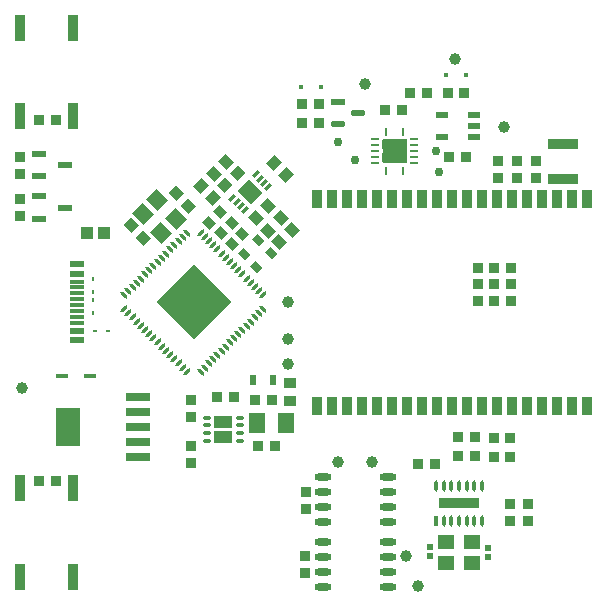
<source format=gtp>
G04*
G04 #@! TF.GenerationSoftware,Altium Limited,Altium Designer,25.0.2 (28)*
G04*
G04 Layer_Color=8421504*
%FSLAX25Y25*%
%MOIN*%
G70*
G04*
G04 #@! TF.SameCoordinates,77BAF947-F79B-4421-9DE9-08F6AA71662D*
G04*
G04*
G04 #@! TF.FilePolarity,Positive*
G04*
G01*
G75*
%ADD17R,0.05917X0.04106*%
%ADD18R,0.13386X0.03347*%
%ADD19R,0.13386X0.03346*%
%ADD20R,0.03788X0.03681*%
G04:AMPARAMS|DCode=21|XSize=11.81mil|YSize=23.62mil|CornerRadius=1.95mil|HoleSize=0mil|Usage=FLASHONLY|Rotation=90.000|XOffset=0mil|YOffset=0mil|HoleType=Round|Shape=RoundedRectangle|*
%AMROUNDEDRECTD21*
21,1,0.01181,0.01972,0,0,90.0*
21,1,0.00791,0.02362,0,0,90.0*
1,1,0.00390,0.00986,0.00396*
1,1,0.00390,0.00986,-0.00396*
1,1,0.00390,-0.00986,-0.00396*
1,1,0.00390,-0.00986,0.00396*
%
%ADD21ROUNDEDRECTD21*%
%ADD22R,0.03400X0.08700*%
G04:AMPARAMS|DCode=23|XSize=125.98mil|YSize=82.68mil|CornerRadius=2.07mil|HoleSize=0mil|Usage=FLASHONLY|Rotation=270.000|XOffset=0mil|YOffset=0mil|HoleType=Round|Shape=RoundedRectangle|*
%AMROUNDEDRECTD23*
21,1,0.12598,0.07854,0,0,270.0*
21,1,0.12185,0.08268,0,0,270.0*
1,1,0.00413,-0.03927,-0.06093*
1,1,0.00413,-0.03927,0.06093*
1,1,0.00413,0.03927,0.06093*
1,1,0.00413,0.03927,-0.06093*
%
%ADD23ROUNDEDRECTD23*%
G04:AMPARAMS|DCode=24|XSize=23.62mil|YSize=82.68mil|CornerRadius=2.01mil|HoleSize=0mil|Usage=FLASHONLY|Rotation=270.000|XOffset=0mil|YOffset=0mil|HoleType=Round|Shape=RoundedRectangle|*
%AMROUNDEDRECTD24*
21,1,0.02362,0.07866,0,0,270.0*
21,1,0.01961,0.08268,0,0,270.0*
1,1,0.00402,-0.03933,-0.00980*
1,1,0.00402,-0.03933,0.00980*
1,1,0.00402,0.03933,0.00980*
1,1,0.00402,0.03933,-0.00980*
%
%ADD24ROUNDEDRECTD24*%
%ADD25R,0.03858X0.03386*%
%ADD26R,0.03772X0.03591*%
%ADD27R,0.05328X0.07103*%
G04:AMPARAMS|DCode=28|XSize=37.64mil|YSize=12.3mil|CornerRadius=6.15mil|HoleSize=0mil|Usage=FLASHONLY|Rotation=90.000|XOffset=0mil|YOffset=0mil|HoleType=Round|Shape=RoundedRectangle|*
%AMROUNDEDRECTD28*
21,1,0.03764,0.00000,0,0,90.0*
21,1,0.02534,0.01230,0,0,90.0*
1,1,0.01230,0.00000,0.01267*
1,1,0.01230,0.00000,-0.01267*
1,1,0.01230,0.00000,-0.01267*
1,1,0.01230,0.00000,0.01267*
%
%ADD28ROUNDEDRECTD28*%
%ADD29R,0.01230X0.03764*%
%ADD30C,0.03937*%
%ADD31C,0.02953*%
%ADD32R,0.05512X0.04724*%
%ADD33R,0.02047X0.02047*%
G04:AMPARAMS|DCode=34|XSize=37.72mil|YSize=35.91mil|CornerRadius=0mil|HoleSize=0mil|Usage=FLASHONLY|Rotation=225.000|XOffset=0mil|YOffset=0mil|HoleType=Round|Shape=Rectangle|*
%AMROTATEDRECTD34*
4,1,4,0.00064,0.02603,0.02603,0.00064,-0.00064,-0.02603,-0.02603,-0.00064,0.00064,0.02603,0.0*
%
%ADD34ROTATEDRECTD34*%

G04:AMPARAMS|DCode=35|XSize=37.72mil|YSize=35.91mil|CornerRadius=0mil|HoleSize=0mil|Usage=FLASHONLY|Rotation=315.000|XOffset=0mil|YOffset=0mil|HoleType=Round|Shape=Rectangle|*
%AMROTATEDRECTD35*
4,1,4,-0.02603,0.00064,-0.00064,0.02603,0.02603,-0.00064,0.00064,-0.02603,-0.02603,0.00064,0.0*
%
%ADD35ROTATEDRECTD35*%

G04:AMPARAMS|DCode=36|XSize=33.86mil|YSize=38.58mil|CornerRadius=0mil|HoleSize=0mil|Usage=FLASHONLY|Rotation=45.000|XOffset=0mil|YOffset=0mil|HoleType=Round|Shape=Rectangle|*
%AMROTATEDRECTD36*
4,1,4,0.00167,-0.02561,-0.02561,0.00167,-0.00167,0.02561,0.02561,-0.00167,0.00167,-0.02561,0.0*
%
%ADD36ROTATEDRECTD36*%

G04:AMPARAMS|DCode=37|XSize=28.94mil|YSize=33.94mil|CornerRadius=0mil|HoleSize=0mil|Usage=FLASHONLY|Rotation=225.000|XOffset=0mil|YOffset=0mil|HoleType=Round|Shape=Rectangle|*
%AMROTATEDRECTD37*
4,1,4,-0.00177,0.02223,0.02223,-0.00177,0.00177,-0.02223,-0.02223,0.00177,-0.00177,0.02223,0.0*
%
%ADD37ROTATEDRECTD37*%

G04:AMPARAMS|DCode=38|XSize=36.81mil|YSize=37.88mil|CornerRadius=0mil|HoleSize=0mil|Usage=FLASHONLY|Rotation=135.000|XOffset=0mil|YOffset=0mil|HoleType=Round|Shape=Rectangle|*
%AMROTATEDRECTD38*
4,1,4,0.02641,0.00038,-0.00038,-0.02641,-0.02641,-0.00038,0.00038,0.02641,0.02641,0.00038,0.0*
%
%ADD38ROTATEDRECTD38*%

G04:AMPARAMS|DCode=39|XSize=36.81mil|YSize=37.88mil|CornerRadius=0mil|HoleSize=0mil|Usage=FLASHONLY|Rotation=45.000|XOffset=0mil|YOffset=0mil|HoleType=Round|Shape=Rectangle|*
%AMROTATEDRECTD39*
4,1,4,0.00038,-0.02641,-0.02641,0.00038,-0.00038,0.02641,0.02641,-0.00038,0.00038,-0.02641,0.0*
%
%ADD39ROTATEDRECTD39*%

%ADD40R,0.04153X0.03961*%
G04:AMPARAMS|DCode=41|XSize=23.75mil|YSize=9.81mil|CornerRadius=0mil|HoleSize=0mil|Usage=FLASHONLY|Rotation=45.000|XOffset=0mil|YOffset=0mil|HoleType=Round|Shape=Rectangle|*
%AMROTATEDRECTD41*
4,1,4,-0.00493,-0.01187,-0.01187,-0.00493,0.00493,0.01187,0.01187,0.00493,-0.00493,-0.01187,0.0*
%
%ADD41ROTATEDRECTD41*%

G04:AMPARAMS|DCode=42|XSize=55.12mil|YSize=62.99mil|CornerRadius=0mil|HoleSize=0mil|Usage=FLASHONLY|Rotation=45.000|XOffset=0mil|YOffset=0mil|HoleType=Round|Shape=Rectangle|*
%AMROTATEDRECTD42*
4,1,4,0.00278,-0.04176,-0.04176,0.00278,-0.00278,0.04176,0.04176,-0.00278,0.00278,-0.04176,0.0*
%
%ADD42ROTATEDRECTD42*%

%ADD43R,0.01000X0.01400*%
%ADD44R,0.04095X0.01811*%
%ADD45R,0.04528X0.02362*%
%ADD46R,0.04528X0.01181*%
%ADD47R,0.03543X0.03543*%
%ADD48R,0.03543X0.05906*%
G04:AMPARAMS|DCode=49|XSize=24mil|YSize=33mil|CornerRadius=0mil|HoleSize=0mil|Usage=FLASHONLY|Rotation=45.000|XOffset=0mil|YOffset=0mil|HoleType=Round|Shape=Rectangle|*
%AMROTATEDRECTD49*
4,1,4,0.00318,-0.02015,-0.02015,0.00318,-0.00318,0.02015,0.02015,-0.00318,0.00318,-0.02015,0.0*
%
%ADD49ROTATEDRECTD49*%

%ADD50O,0.05709X0.02362*%
G04:AMPARAMS|DCode=51|XSize=29.53mil|YSize=9.84mil|CornerRadius=4.92mil|HoleSize=0mil|Usage=FLASHONLY|Rotation=315.000|XOffset=0mil|YOffset=0mil|HoleType=Round|Shape=RoundedRectangle|*
%AMROUNDEDRECTD51*
21,1,0.02953,0.00000,0,0,315.0*
21,1,0.01968,0.00984,0,0,315.0*
1,1,0.00984,0.00696,-0.00696*
1,1,0.00984,-0.00696,0.00696*
1,1,0.00984,-0.00696,0.00696*
1,1,0.00984,0.00696,-0.00696*
%
%ADD51ROUNDEDRECTD51*%
G04:AMPARAMS|DCode=52|XSize=9.84mil|YSize=29.53mil|CornerRadius=4.92mil|HoleSize=0mil|Usage=FLASHONLY|Rotation=315.000|XOffset=0mil|YOffset=0mil|HoleType=Round|Shape=RoundedRectangle|*
%AMROUNDEDRECTD52*
21,1,0.00984,0.01968,0,0,315.0*
21,1,0.00000,0.02953,0,0,315.0*
1,1,0.00984,-0.00696,-0.00696*
1,1,0.00984,-0.00696,-0.00696*
1,1,0.00984,0.00696,0.00696*
1,1,0.00984,0.00696,0.00696*
%
%ADD52ROUNDEDRECTD52*%
%ADD53P,0.24777X4X360.0*%
%ADD54R,0.03681X0.03788*%
%ADD55R,0.02400X0.03300*%
%ADD56R,0.01400X0.01000*%
G04:AMPARAMS|DCode=57|XSize=9.45mil|YSize=23.62mil|CornerRadius=1.98mil|HoleSize=0mil|Usage=FLASHONLY|Rotation=180.000|XOffset=0mil|YOffset=0mil|HoleType=Round|Shape=RoundedRectangle|*
%AMROUNDEDRECTD57*
21,1,0.00945,0.01965,0,0,180.0*
21,1,0.00548,0.02362,0,0,180.0*
1,1,0.00397,-0.00274,0.00983*
1,1,0.00397,0.00274,0.00983*
1,1,0.00397,0.00274,-0.00983*
1,1,0.00397,-0.00274,-0.00983*
%
%ADD57ROUNDEDRECTD57*%
G04:AMPARAMS|DCode=58|XSize=9.45mil|YSize=23.62mil|CornerRadius=1.98mil|HoleSize=0mil|Usage=FLASHONLY|Rotation=270.000|XOffset=0mil|YOffset=0mil|HoleType=Round|Shape=RoundedRectangle|*
%AMROUNDEDRECTD58*
21,1,0.00945,0.01965,0,0,270.0*
21,1,0.00548,0.02362,0,0,270.0*
1,1,0.00397,-0.00983,-0.00274*
1,1,0.00397,-0.00983,0.00274*
1,1,0.00397,0.00983,0.00274*
1,1,0.00397,0.00983,-0.00274*
%
%ADD58ROUNDEDRECTD58*%
G04:AMPARAMS|DCode=59|XSize=80.71mil|YSize=80.71mil|CornerRadius=2.02mil|HoleSize=0mil|Usage=FLASHONLY|Rotation=270.000|XOffset=0mil|YOffset=0mil|HoleType=Round|Shape=RoundedRectangle|*
%AMROUNDEDRECTD59*
21,1,0.08071,0.07667,0,0,270.0*
21,1,0.07667,0.08071,0,0,270.0*
1,1,0.00404,-0.03834,-0.03834*
1,1,0.00404,-0.03834,0.03834*
1,1,0.00404,0.03834,0.03834*
1,1,0.00404,0.03834,-0.03834*
%
%ADD59ROUNDEDRECTD59*%
%ADD60R,0.04800X0.02200*%
%ADD61R,0.01600X0.01400*%
G04:AMPARAMS|DCode=62|XSize=48.2mil|YSize=21.18mil|CornerRadius=10.59mil|HoleSize=0mil|Usage=FLASHONLY|Rotation=0.000|XOffset=0mil|YOffset=0mil|HoleType=Round|Shape=RoundedRectangle|*
%AMROUNDEDRECTD62*
21,1,0.04820,0.00000,0,0,0.0*
21,1,0.02702,0.02118,0,0,0.0*
1,1,0.02118,0.01351,0.00000*
1,1,0.02118,-0.01351,0.00000*
1,1,0.02118,-0.01351,0.00000*
1,1,0.02118,0.01351,0.00000*
%
%ADD62ROUNDEDRECTD62*%
%ADD63R,0.04820X0.02118*%
%ADD64R,0.04050X0.02000*%
%ADD65R,0.03591X0.03772*%
%ADD66R,0.09843X0.03762*%
G04:AMPARAMS|DCode=67|XSize=55.12mil|YSize=47.24mil|CornerRadius=0mil|HoleSize=0mil|Usage=FLASHONLY|Rotation=135.000|XOffset=0mil|YOffset=0mil|HoleType=Round|Shape=Rectangle|*
%AMROTATEDRECTD67*
4,1,4,0.03619,-0.00278,0.00278,-0.03619,-0.03619,0.00278,-0.00278,0.03619,0.03619,-0.00278,0.0*
%
%ADD67ROTATEDRECTD67*%

G36*
G01X130315Y149412D02*
G01Y152636D01*
G02X130515Y152835I199J0D01*
G01X133738D01*
G02X133937Y152636I0J-199D01*
G01Y149412D01*
G02X133738Y149213I-199J0D01*
G01X130515D01*
G02X130315Y149412I0J199D01*
D02*
G37*
G36*
G01X129528Y152636D02*
G01Y149412D01*
G02X129329Y149213I-199J0D01*
G01X126105D01*
G02X125906Y149412I0J199D01*
G01Y152636D01*
G02X126105Y152835I199J0D01*
G01X129329D01*
G02X129528Y152636I0J-199D01*
D02*
G37*
G36*
G01Y148226D02*
G01Y145003D01*
G02X129329Y144804I-199J0D01*
G01X126105D01*
G02X125906Y145003I0J199D01*
G01Y148226D01*
G02X126105Y148426I199J0D01*
G01X129329D01*
G02X129528Y148226I0J-199D01*
D02*
G37*
G36*
G01X130315Y145003D02*
G01Y148226D01*
G02X130515Y148426I199J0D01*
G01X133738D01*
G02X133937Y148226I0J-199D01*
G01Y145003D01*
G02X133738Y144804I-199J0D01*
G01X130515D01*
G02X130315Y145003I0J199D01*
D02*
G37*
D17*
X72835Y53656D02*
D03*
Y58549D02*
D03*
D18*
X151429Y31429D02*
D03*
D19*
X151432Y31428D02*
D03*
D20*
X62205Y65809D02*
D03*
Y60176D02*
D03*
Y44832D02*
D03*
Y50465D02*
D03*
X100000Y13840D02*
D03*
Y8207D02*
D03*
X100394Y29467D02*
D03*
Y35100D02*
D03*
X168307Y31163D02*
D03*
Y25530D02*
D03*
X174409Y25530D02*
D03*
Y31163D02*
D03*
X5118Y127105D02*
D03*
Y132738D02*
D03*
Y146911D02*
D03*
Y141278D02*
D03*
X164567Y145336D02*
D03*
Y139703D02*
D03*
D21*
X67323Y59941D02*
D03*
Y57382D02*
D03*
Y54823D02*
D03*
Y52264D02*
D03*
X78347D02*
D03*
Y54823D02*
D03*
Y57382D02*
D03*
Y59941D02*
D03*
D22*
X4921Y6904D02*
D03*
X22638D02*
D03*
Y36404D02*
D03*
X4921D02*
D03*
X22638Y160447D02*
D03*
X4921D02*
D03*
Y189947D02*
D03*
X22638D02*
D03*
D23*
X20965Y56693D02*
D03*
D24*
X44390Y66693D02*
D03*
Y61693D02*
D03*
Y56693D02*
D03*
Y51693D02*
D03*
Y46693D02*
D03*
D25*
X95092Y65492D02*
D03*
Y71516D02*
D03*
D26*
X70778Y66929D02*
D03*
X76503D02*
D03*
X89083Y65748D02*
D03*
X83358D02*
D03*
X17035Y159055D02*
D03*
X11311D02*
D03*
X89969Y50428D02*
D03*
X84244D02*
D03*
X132496Y162598D02*
D03*
X126772D02*
D03*
X104831Y158268D02*
D03*
X99106D02*
D03*
X134933Y168110D02*
D03*
X140658D02*
D03*
X153650Y146850D02*
D03*
X147925D02*
D03*
X17035Y38780D02*
D03*
X11311D02*
D03*
D27*
X93618Y58071D02*
D03*
X83969D02*
D03*
D28*
X143752Y37248D02*
D03*
X146311D02*
D03*
X148870D02*
D03*
X151429D02*
D03*
X153988D02*
D03*
X156547D02*
D03*
X159106D02*
D03*
Y25610D02*
D03*
X156547D02*
D03*
X153988D02*
D03*
X151429D02*
D03*
X148870D02*
D03*
X146311D02*
D03*
D29*
X143752D02*
D03*
D30*
X133858Y13780D02*
D03*
X166535Y156693D02*
D03*
X150000Y179528D02*
D03*
X122441Y45276D02*
D03*
X111024D02*
D03*
X94488Y77953D02*
D03*
Y86221D02*
D03*
Y98425D02*
D03*
X120079Y171260D02*
D03*
X137795Y3937D02*
D03*
X5906Y69882D02*
D03*
D31*
X143701Y148819D02*
D03*
X144685Y141732D02*
D03*
X116601Y145669D02*
D03*
X111024Y151969D02*
D03*
D32*
X155661Y11634D02*
D03*
X146999D02*
D03*
Y18327D02*
D03*
X155661D02*
D03*
D33*
X161074Y13406D02*
D03*
Y16555D02*
D03*
X141783Y13799D02*
D03*
Y16949D02*
D03*
D34*
X73567Y137346D02*
D03*
X77614Y141394D02*
D03*
D35*
X57031Y134701D02*
D03*
X61079Y130653D02*
D03*
X46024Y119976D02*
D03*
X41976Y124024D02*
D03*
D36*
X92149Y126401D02*
D03*
X87889Y122141D02*
D03*
X95831Y122602D02*
D03*
X91571Y118343D02*
D03*
D37*
X68227Y124920D02*
D03*
X71654Y128347D02*
D03*
X75591Y124803D02*
D03*
X72164Y121377D02*
D03*
X79134Y121260D02*
D03*
X75708Y117834D02*
D03*
D38*
X69314Y133048D02*
D03*
X65331Y137031D02*
D03*
X93724Y140922D02*
D03*
X89741Y144905D02*
D03*
D39*
X69662Y141316D02*
D03*
X73645Y145299D02*
D03*
X87818Y130338D02*
D03*
X83835Y126355D02*
D03*
D40*
X33172Y121653D02*
D03*
X27458Y121654D02*
D03*
D41*
X75900Y133225D02*
D03*
X77292Y131834D02*
D03*
X78684Y130442D02*
D03*
X80076Y129050D02*
D03*
X87880Y136853D02*
D03*
X86488Y138245D02*
D03*
X85096Y139637D02*
D03*
X83704Y141029D02*
D03*
D42*
X81890Y135039D02*
D03*
D43*
X29528Y94700D02*
D03*
Y99000D02*
D03*
X29528Y106269D02*
D03*
Y101969D02*
D03*
D44*
X18937Y73819D02*
D03*
X28307D02*
D03*
D45*
X23917Y85827D02*
D03*
Y88976D02*
D03*
Y107874D02*
D03*
Y111024D02*
D03*
D46*
Y91535D02*
D03*
Y93504D02*
D03*
Y103347D02*
D03*
Y105315D02*
D03*
Y95472D02*
D03*
Y97441D02*
D03*
Y101378D02*
D03*
Y99409D02*
D03*
D47*
X157717Y98819D02*
D03*
Y104331D02*
D03*
Y109843D02*
D03*
X163228Y98819D02*
D03*
Y104331D02*
D03*
Y109843D02*
D03*
X168740Y98819D02*
D03*
Y104331D02*
D03*
Y109843D02*
D03*
D48*
X193937Y63976D02*
D03*
X188937D02*
D03*
X183937D02*
D03*
X178937D02*
D03*
X173937D02*
D03*
X168937D02*
D03*
X163937D02*
D03*
X158937D02*
D03*
X153937D02*
D03*
X148937D02*
D03*
X143937D02*
D03*
X138937D02*
D03*
X133937D02*
D03*
X128937D02*
D03*
X123937D02*
D03*
X118937D02*
D03*
X113937D02*
D03*
X108937D02*
D03*
X103937D02*
D03*
Y132874D02*
D03*
X108937D02*
D03*
X113937D02*
D03*
X118937D02*
D03*
X123937D02*
D03*
X128937D02*
D03*
X133937D02*
D03*
X138937D02*
D03*
X143937D02*
D03*
X148937D02*
D03*
X153937D02*
D03*
X158937D02*
D03*
X163937D02*
D03*
X168937D02*
D03*
X173937D02*
D03*
X178937D02*
D03*
X183937D02*
D03*
X188937D02*
D03*
X193937D02*
D03*
D49*
X79776Y114422D02*
D03*
X84514Y119160D02*
D03*
X88589Y114967D02*
D03*
X83852Y110230D02*
D03*
D50*
X127658Y3524D02*
D03*
Y8524D02*
D03*
Y13524D02*
D03*
Y18524D02*
D03*
X106201D02*
D03*
Y13524D02*
D03*
Y8524D02*
D03*
Y3524D02*
D03*
Y25017D02*
D03*
Y30017D02*
D03*
Y35017D02*
D03*
Y40017D02*
D03*
X127658D02*
D03*
Y35017D02*
D03*
Y30017D02*
D03*
Y25017D02*
D03*
D51*
X60695Y121601D02*
D03*
X59304Y120209D02*
D03*
X57912Y118817D02*
D03*
X56520Y117425D02*
D03*
X55128Y116033D02*
D03*
X53736Y114641D02*
D03*
X52344Y113249D02*
D03*
X50952Y111857D02*
D03*
X49560Y110466D02*
D03*
X48168Y109074D02*
D03*
X46776Y107682D02*
D03*
X45384Y106290D02*
D03*
X43992Y104898D02*
D03*
X42600Y103506D02*
D03*
X41208Y102114D02*
D03*
X39816Y100722D02*
D03*
X65289Y75249D02*
D03*
X66681Y76641D02*
D03*
X68073Y78033D02*
D03*
X69465Y79425D02*
D03*
X70857Y80817D02*
D03*
X72249Y82209D02*
D03*
X73641Y83601D02*
D03*
X75032Y84993D02*
D03*
X76424Y86385D02*
D03*
X77816Y87777D02*
D03*
X79208Y89169D02*
D03*
X80600Y90561D02*
D03*
X81992Y91953D02*
D03*
X83384Y93345D02*
D03*
X84776Y94737D02*
D03*
X86168Y96129D02*
D03*
D52*
X39816D02*
D03*
X41208Y94737D02*
D03*
X42600Y93345D02*
D03*
X43992Y91953D02*
D03*
X45384Y90561D02*
D03*
X46776Y89169D02*
D03*
X48168Y87777D02*
D03*
X49560Y86385D02*
D03*
X50952Y84993D02*
D03*
X52344Y83601D02*
D03*
X53736Y82209D02*
D03*
X55128Y80817D02*
D03*
X56520Y79425D02*
D03*
X57911Y78033D02*
D03*
X59304Y76641D02*
D03*
X60695Y75249D02*
D03*
X86168Y100722D02*
D03*
X84776Y102114D02*
D03*
X83384Y103506D02*
D03*
X81992Y104898D02*
D03*
X80600Y106290D02*
D03*
X79208Y107682D02*
D03*
X77816Y109074D02*
D03*
X76424Y110466D02*
D03*
X75032Y111857D02*
D03*
X73641Y113249D02*
D03*
X72249Y114641D02*
D03*
X70857Y116033D02*
D03*
X69465Y117425D02*
D03*
X68073Y118817D02*
D03*
X66681Y120209D02*
D03*
X65289Y121601D02*
D03*
D53*
X62992Y98425D02*
D03*
D54*
X162932Y53149D02*
D03*
X168564D02*
D03*
X162932Y46850D02*
D03*
X168565D02*
D03*
X151183Y47200D02*
D03*
X156816D02*
D03*
X151084Y53400D02*
D03*
X156717D02*
D03*
X137785Y44508D02*
D03*
X143418D02*
D03*
X99152Y164567D02*
D03*
X104785D02*
D03*
X147577Y168110D02*
D03*
X153210D02*
D03*
D55*
X89570Y72524D02*
D03*
X82871D02*
D03*
D56*
X34434Y88976D02*
D03*
X30134D02*
D03*
D57*
X126969Y155315D02*
D03*
X132874D02*
D03*
Y142323D02*
D03*
X126969D02*
D03*
D58*
X136418Y152756D02*
D03*
Y150787D02*
D03*
Y148819D02*
D03*
Y146850D02*
D03*
Y144882D02*
D03*
X123426D02*
D03*
Y146850D02*
D03*
Y148819D02*
D03*
Y150787D02*
D03*
Y152756D02*
D03*
D59*
X129921Y148819D02*
D03*
D60*
X19948Y129921D02*
D03*
X11548Y126181D02*
D03*
Y133661D02*
D03*
Y147835D02*
D03*
Y140354D02*
D03*
X19948Y144095D02*
D03*
D61*
X98619Y170079D02*
D03*
X105319D02*
D03*
X153744Y174016D02*
D03*
X147044D02*
D03*
D62*
X117717Y161417D02*
D03*
X110943Y157677D02*
D03*
D63*
Y165158D02*
D03*
D64*
X156456Y153387D02*
D03*
Y157087D02*
D03*
Y160787D02*
D03*
X145906Y160837D02*
D03*
Y153337D02*
D03*
D65*
X170866Y139658D02*
D03*
Y145382D02*
D03*
X177165Y139658D02*
D03*
Y145382D02*
D03*
D66*
X186221Y151094D02*
D03*
Y139458D02*
D03*
D67*
X46071Y127696D02*
D03*
X50804Y132429D02*
D03*
X56928Y126304D02*
D03*
X52196Y121572D02*
D03*
M02*

</source>
